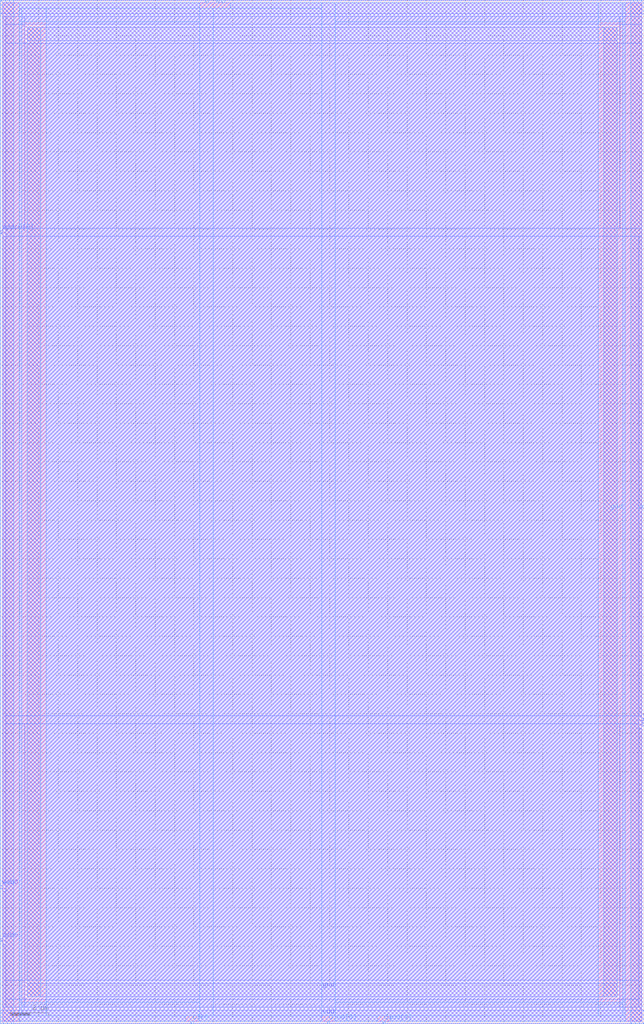
<source format=lef>
VERSION 5.4 ;
NAMESCASESENSITIVE ON ;
BUSBITCHARS "[]" ;
DIVIDERCHAR "/" ;
UNITS
  DATABASE MICRONS 2000 ;
END UNITS
MACRO freepdk45_16x2
   CLASS BLOCK ;
   SIZE 33.24 BY 52.84 ;
   SYMMETRY X Y R90 ;
   PIN din0[0]
      DIRECTION INPUT ;
      PORT
         LAYER metal4 ;
         RECT  16.8725 0.0 17.0125 0.14 ;
      END
   END din0[0]
   PIN din0[1]
      DIRECTION INPUT ;
      PORT
         LAYER metal4 ;
         RECT  19.7325 0.0 19.8725 0.14 ;
      END
   END din0[1]
   PIN addr0[0]
      DIRECTION INPUT ;
      PORT
         LAYER metal3 ;
         RECT  0.0 40.78 0.14 40.92 ;
      END
   END addr0[0]
   PIN addr0[1]
      DIRECTION INPUT ;
      PORT
         LAYER metal4 ;
         RECT  10.585 52.7 10.725 52.84 ;
      END
   END addr0[1]
   PIN addr0[2]
      DIRECTION INPUT ;
      PORT
         LAYER metal4 ;
         RECT  11.44 52.7 11.58 52.84 ;
      END
   END addr0[2]
   PIN addr0[3]
      DIRECTION INPUT ;
      PORT
         LAYER metal4 ;
         RECT  11.155 52.7 11.295 52.84 ;
      END
   END addr0[3]
   PIN csb0
      DIRECTION INPUT ;
      PORT
         LAYER metal3 ;
         RECT  0.0 4.25 0.14 4.39 ;
      END
   END csb0
   PIN web0
      DIRECTION INPUT ;
      PORT
         LAYER metal3 ;
         RECT  0.0 6.98 0.14 7.12 ;
      END
   END web0
   PIN clk0
      DIRECTION INPUT ;
      PORT
         LAYER metal4 ;
         RECT  9.84 0.0 9.98 0.14 ;
      END
   END clk0
   PIN dout0[0]
      DIRECTION OUTPUT ;
      PORT
         LAYER metal3 ;
         RECT  33.1 15.6275 33.24 15.7675 ;
      END
   END dout0[0]
   PIN dout0[1]
      DIRECTION OUTPUT ;
      PORT
         LAYER metal3 ;
         RECT  33.1 15.3925 33.24 15.5325 ;
      END
   END dout0[1]
   PIN vdd
      DIRECTION INOUT ;
      USE POWER ; 
      SHAPE ABUTMENT ; 
      PORT
         LAYER metal4 ;
         RECT  0.0 0.0 0.7 52.84 ;
         LAYER metal3 ;
         RECT  0.0 52.14 33.24 52.84 ;
         LAYER metal4 ;
         RECT  32.54 0.0 33.24 52.84 ;
         LAYER metal3 ;
         RECT  0.0 0.0 33.24 0.7 ;
      END
   END vdd
   PIN gnd
      DIRECTION INOUT ;
      USE GROUND ; 
      SHAPE ABUTMENT ; 
      PORT
         LAYER metal4 ;
         RECT  1.4 1.4 2.1 51.44 ;
         LAYER metal3 ;
         RECT  1.4 50.74 31.84 51.44 ;
         LAYER metal4 ;
         RECT  31.14 1.4 31.84 51.44 ;
         LAYER metal3 ;
         RECT  1.4 1.4 31.84 2.1 ;
      END
   END gnd
   OBS
   LAYER  metal1 ;
      RECT  0.14 0.14 33.1 52.7 ;
   LAYER  metal2 ;
      RECT  0.14 0.14 33.1 52.7 ;
   LAYER  metal3 ;
      RECT  0.28 40.64 33.1 41.06 ;
      RECT  0.14 4.53 0.28 6.84 ;
      RECT  0.14 7.26 0.28 40.64 ;
      RECT  0.28 15.4875 32.96 15.9075 ;
      RECT  0.28 15.9075 32.96 40.64 ;
      RECT  32.96 15.9075 33.1 40.64 ;
      RECT  0.14 41.06 0.28 52.0 ;
      RECT  0.14 0.84 0.28 4.11 ;
      RECT  32.96 0.84 33.1 15.2525 ;
      RECT  0.28 41.06 1.26 50.6 ;
      RECT  0.28 50.6 1.26 51.58 ;
      RECT  0.28 51.58 1.26 52.0 ;
      RECT  1.26 41.06 31.98 50.6 ;
      RECT  1.26 51.58 31.98 52.0 ;
      RECT  31.98 41.06 33.1 50.6 ;
      RECT  31.98 50.6 33.1 51.58 ;
      RECT  31.98 51.58 33.1 52.0 ;
      RECT  0.28 0.84 1.26 1.26 ;
      RECT  0.28 1.26 1.26 2.24 ;
      RECT  0.28 2.24 1.26 15.4875 ;
      RECT  1.26 0.84 31.98 1.26 ;
      RECT  1.26 2.24 31.98 15.4875 ;
      RECT  31.98 0.84 32.96 1.26 ;
      RECT  31.98 1.26 32.96 2.24 ;
      RECT  31.98 2.24 32.96 15.4875 ;
   LAYER  metal4 ;
      RECT  16.5925 0.42 17.2925 52.7 ;
      RECT  17.2925 0.14 19.4525 0.42 ;
      RECT  10.305 0.42 11.005 52.42 ;
      RECT  11.005 0.42 16.5925 52.42 ;
      RECT  11.86 52.42 16.5925 52.7 ;
      RECT  10.26 0.14 16.5925 0.42 ;
      RECT  0.98 52.42 10.305 52.7 ;
      RECT  0.98 0.14 9.56 0.42 ;
      RECT  20.1525 0.14 32.26 0.42 ;
      RECT  0.98 0.42 1.12 1.12 ;
      RECT  0.98 1.12 1.12 51.72 ;
      RECT  0.98 51.72 1.12 52.42 ;
      RECT  1.12 0.42 2.38 1.12 ;
      RECT  1.12 51.72 2.38 52.42 ;
      RECT  2.38 0.42 10.305 1.12 ;
      RECT  2.38 1.12 10.305 51.72 ;
      RECT  2.38 51.72 10.305 52.42 ;
      RECT  17.2925 0.42 30.86 1.12 ;
      RECT  17.2925 1.12 30.86 51.72 ;
      RECT  17.2925 51.72 30.86 52.7 ;
      RECT  30.86 0.42 32.12 1.12 ;
      RECT  30.86 51.72 32.12 52.7 ;
      RECT  32.12 0.42 32.26 1.12 ;
      RECT  32.12 1.12 32.26 51.72 ;
      RECT  32.12 51.72 32.26 52.7 ;
   END
END    freepdk45_16x2
END    LIBRARY

</source>
